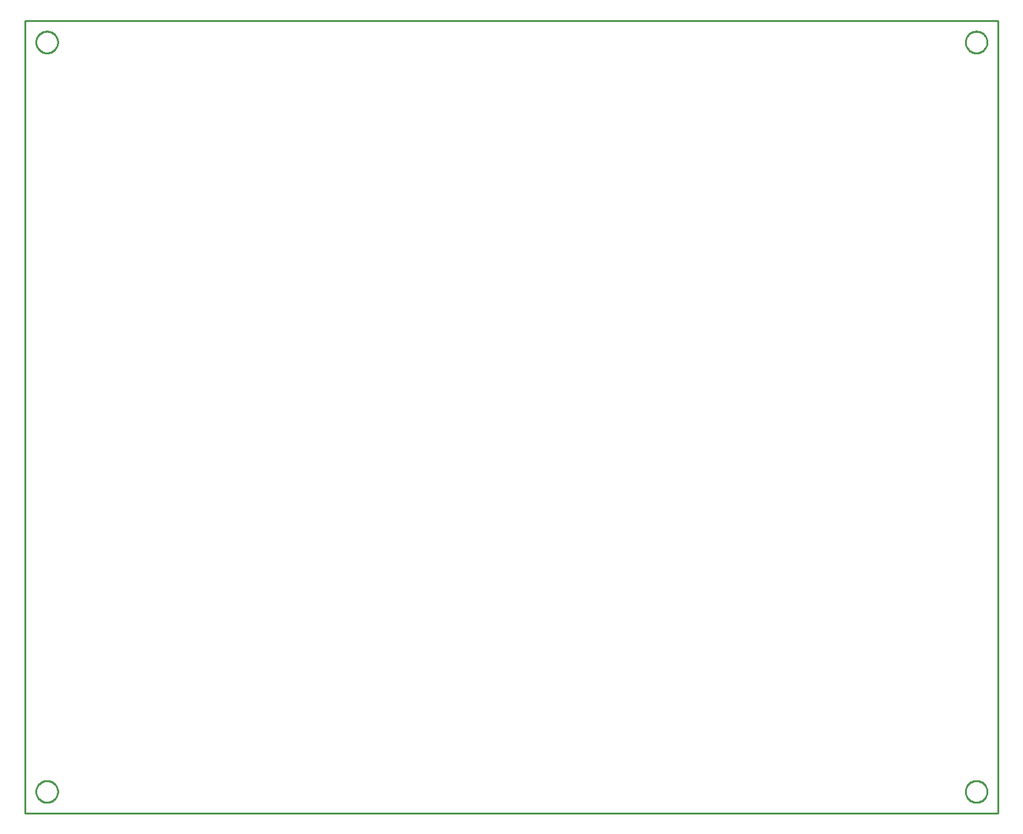
<source format=gbr>
G04 EAGLE Gerber RS-274X export*
G75*
%MOMM*%
%FSLAX34Y34*%
%LPD*%
%IN*%
%IPPOS*%
%AMOC8*
5,1,8,0,0,1.08239X$1,22.5*%
G01*
%ADD10C,0.254000*%


D10*
X-150000Y0D02*
X1200000Y0D01*
X1200000Y1100000D01*
X-150000Y1100000D01*
X-150000Y0D01*
X-105000Y29464D02*
X-105076Y28396D01*
X-105229Y27335D01*
X-105457Y26288D01*
X-105759Y25260D01*
X-106133Y24256D01*
X-106578Y23281D01*
X-107092Y22341D01*
X-107671Y21440D01*
X-108313Y20582D01*
X-109015Y19772D01*
X-109772Y19015D01*
X-110582Y18313D01*
X-111440Y17671D01*
X-112341Y17092D01*
X-113281Y16578D01*
X-114256Y16133D01*
X-115260Y15759D01*
X-116288Y15457D01*
X-117335Y15229D01*
X-118396Y15076D01*
X-119464Y15000D01*
X-120536Y15000D01*
X-121604Y15076D01*
X-122665Y15229D01*
X-123712Y15457D01*
X-124740Y15759D01*
X-125744Y16133D01*
X-126719Y16578D01*
X-127659Y17092D01*
X-128560Y17671D01*
X-129418Y18313D01*
X-130228Y19015D01*
X-130985Y19772D01*
X-131687Y20582D01*
X-132329Y21440D01*
X-132908Y22341D01*
X-133422Y23281D01*
X-133867Y24256D01*
X-134241Y25260D01*
X-134543Y26288D01*
X-134771Y27335D01*
X-134924Y28396D01*
X-135000Y29464D01*
X-135000Y30536D01*
X-134924Y31604D01*
X-134771Y32665D01*
X-134543Y33712D01*
X-134241Y34740D01*
X-133867Y35744D01*
X-133422Y36719D01*
X-132908Y37659D01*
X-132329Y38560D01*
X-131687Y39418D01*
X-130985Y40228D01*
X-130228Y40985D01*
X-129418Y41687D01*
X-128560Y42329D01*
X-127659Y42908D01*
X-126719Y43422D01*
X-125744Y43867D01*
X-124740Y44241D01*
X-123712Y44543D01*
X-122665Y44771D01*
X-121604Y44924D01*
X-120536Y45000D01*
X-119464Y45000D01*
X-118396Y44924D01*
X-117335Y44771D01*
X-116288Y44543D01*
X-115260Y44241D01*
X-114256Y43867D01*
X-113281Y43422D01*
X-112341Y42908D01*
X-111440Y42329D01*
X-110582Y41687D01*
X-109772Y40985D01*
X-109015Y40228D01*
X-108313Y39418D01*
X-107671Y38560D01*
X-107092Y37659D01*
X-106578Y36719D01*
X-106133Y35744D01*
X-105759Y34740D01*
X-105457Y33712D01*
X-105229Y32665D01*
X-105076Y31604D01*
X-105000Y30536D01*
X-105000Y29464D01*
X1185000Y1069464D02*
X1184924Y1068396D01*
X1184771Y1067335D01*
X1184543Y1066288D01*
X1184241Y1065260D01*
X1183867Y1064256D01*
X1183422Y1063281D01*
X1182908Y1062341D01*
X1182329Y1061440D01*
X1181687Y1060582D01*
X1180985Y1059772D01*
X1180228Y1059015D01*
X1179418Y1058313D01*
X1178560Y1057671D01*
X1177659Y1057092D01*
X1176719Y1056578D01*
X1175744Y1056133D01*
X1174740Y1055759D01*
X1173712Y1055457D01*
X1172665Y1055229D01*
X1171604Y1055076D01*
X1170536Y1055000D01*
X1169464Y1055000D01*
X1168396Y1055076D01*
X1167335Y1055229D01*
X1166288Y1055457D01*
X1165260Y1055759D01*
X1164256Y1056133D01*
X1163281Y1056578D01*
X1162341Y1057092D01*
X1161440Y1057671D01*
X1160582Y1058313D01*
X1159772Y1059015D01*
X1159015Y1059772D01*
X1158313Y1060582D01*
X1157671Y1061440D01*
X1157092Y1062341D01*
X1156578Y1063281D01*
X1156133Y1064256D01*
X1155759Y1065260D01*
X1155457Y1066288D01*
X1155229Y1067335D01*
X1155076Y1068396D01*
X1155000Y1069464D01*
X1155000Y1070536D01*
X1155076Y1071604D01*
X1155229Y1072665D01*
X1155457Y1073712D01*
X1155759Y1074740D01*
X1156133Y1075744D01*
X1156578Y1076719D01*
X1157092Y1077659D01*
X1157671Y1078560D01*
X1158313Y1079418D01*
X1159015Y1080228D01*
X1159772Y1080985D01*
X1160582Y1081687D01*
X1161440Y1082329D01*
X1162341Y1082908D01*
X1163281Y1083422D01*
X1164256Y1083867D01*
X1165260Y1084241D01*
X1166288Y1084543D01*
X1167335Y1084771D01*
X1168396Y1084924D01*
X1169464Y1085000D01*
X1170536Y1085000D01*
X1171604Y1084924D01*
X1172665Y1084771D01*
X1173712Y1084543D01*
X1174740Y1084241D01*
X1175744Y1083867D01*
X1176719Y1083422D01*
X1177659Y1082908D01*
X1178560Y1082329D01*
X1179418Y1081687D01*
X1180228Y1080985D01*
X1180985Y1080228D01*
X1181687Y1079418D01*
X1182329Y1078560D01*
X1182908Y1077659D01*
X1183422Y1076719D01*
X1183867Y1075744D01*
X1184241Y1074740D01*
X1184543Y1073712D01*
X1184771Y1072665D01*
X1184924Y1071604D01*
X1185000Y1070536D01*
X1185000Y1069464D01*
X-105000Y1069464D02*
X-105076Y1068396D01*
X-105229Y1067335D01*
X-105457Y1066288D01*
X-105759Y1065260D01*
X-106133Y1064256D01*
X-106578Y1063281D01*
X-107092Y1062341D01*
X-107671Y1061440D01*
X-108313Y1060582D01*
X-109015Y1059772D01*
X-109772Y1059015D01*
X-110582Y1058313D01*
X-111440Y1057671D01*
X-112341Y1057092D01*
X-113281Y1056578D01*
X-114256Y1056133D01*
X-115260Y1055759D01*
X-116288Y1055457D01*
X-117335Y1055229D01*
X-118396Y1055076D01*
X-119464Y1055000D01*
X-120536Y1055000D01*
X-121604Y1055076D01*
X-122665Y1055229D01*
X-123712Y1055457D01*
X-124740Y1055759D01*
X-125744Y1056133D01*
X-126719Y1056578D01*
X-127659Y1057092D01*
X-128560Y1057671D01*
X-129418Y1058313D01*
X-130228Y1059015D01*
X-130985Y1059772D01*
X-131687Y1060582D01*
X-132329Y1061440D01*
X-132908Y1062341D01*
X-133422Y1063281D01*
X-133867Y1064256D01*
X-134241Y1065260D01*
X-134543Y1066288D01*
X-134771Y1067335D01*
X-134924Y1068396D01*
X-135000Y1069464D01*
X-135000Y1070536D01*
X-134924Y1071604D01*
X-134771Y1072665D01*
X-134543Y1073712D01*
X-134241Y1074740D01*
X-133867Y1075744D01*
X-133422Y1076719D01*
X-132908Y1077659D01*
X-132329Y1078560D01*
X-131687Y1079418D01*
X-130985Y1080228D01*
X-130228Y1080985D01*
X-129418Y1081687D01*
X-128560Y1082329D01*
X-127659Y1082908D01*
X-126719Y1083422D01*
X-125744Y1083867D01*
X-124740Y1084241D01*
X-123712Y1084543D01*
X-122665Y1084771D01*
X-121604Y1084924D01*
X-120536Y1085000D01*
X-119464Y1085000D01*
X-118396Y1084924D01*
X-117335Y1084771D01*
X-116288Y1084543D01*
X-115260Y1084241D01*
X-114256Y1083867D01*
X-113281Y1083422D01*
X-112341Y1082908D01*
X-111440Y1082329D01*
X-110582Y1081687D01*
X-109772Y1080985D01*
X-109015Y1080228D01*
X-108313Y1079418D01*
X-107671Y1078560D01*
X-107092Y1077659D01*
X-106578Y1076719D01*
X-106133Y1075744D01*
X-105759Y1074740D01*
X-105457Y1073712D01*
X-105229Y1072665D01*
X-105076Y1071604D01*
X-105000Y1070536D01*
X-105000Y1069464D01*
X1185000Y29464D02*
X1184924Y28396D01*
X1184771Y27335D01*
X1184543Y26288D01*
X1184241Y25260D01*
X1183867Y24256D01*
X1183422Y23281D01*
X1182908Y22341D01*
X1182329Y21440D01*
X1181687Y20582D01*
X1180985Y19772D01*
X1180228Y19015D01*
X1179418Y18313D01*
X1178560Y17671D01*
X1177659Y17092D01*
X1176719Y16578D01*
X1175744Y16133D01*
X1174740Y15759D01*
X1173712Y15457D01*
X1172665Y15229D01*
X1171604Y15076D01*
X1170536Y15000D01*
X1169464Y15000D01*
X1168396Y15076D01*
X1167335Y15229D01*
X1166288Y15457D01*
X1165260Y15759D01*
X1164256Y16133D01*
X1163281Y16578D01*
X1162341Y17092D01*
X1161440Y17671D01*
X1160582Y18313D01*
X1159772Y19015D01*
X1159015Y19772D01*
X1158313Y20582D01*
X1157671Y21440D01*
X1157092Y22341D01*
X1156578Y23281D01*
X1156133Y24256D01*
X1155759Y25260D01*
X1155457Y26288D01*
X1155229Y27335D01*
X1155076Y28396D01*
X1155000Y29464D01*
X1155000Y30536D01*
X1155076Y31604D01*
X1155229Y32665D01*
X1155457Y33712D01*
X1155759Y34740D01*
X1156133Y35744D01*
X1156578Y36719D01*
X1157092Y37659D01*
X1157671Y38560D01*
X1158313Y39418D01*
X1159015Y40228D01*
X1159772Y40985D01*
X1160582Y41687D01*
X1161440Y42329D01*
X1162341Y42908D01*
X1163281Y43422D01*
X1164256Y43867D01*
X1165260Y44241D01*
X1166288Y44543D01*
X1167335Y44771D01*
X1168396Y44924D01*
X1169464Y45000D01*
X1170536Y45000D01*
X1171604Y44924D01*
X1172665Y44771D01*
X1173712Y44543D01*
X1174740Y44241D01*
X1175744Y43867D01*
X1176719Y43422D01*
X1177659Y42908D01*
X1178560Y42329D01*
X1179418Y41687D01*
X1180228Y40985D01*
X1180985Y40228D01*
X1181687Y39418D01*
X1182329Y38560D01*
X1182908Y37659D01*
X1183422Y36719D01*
X1183867Y35744D01*
X1184241Y34740D01*
X1184543Y33712D01*
X1184771Y32665D01*
X1184924Y31604D01*
X1185000Y30536D01*
X1185000Y29464D01*
M02*

</source>
